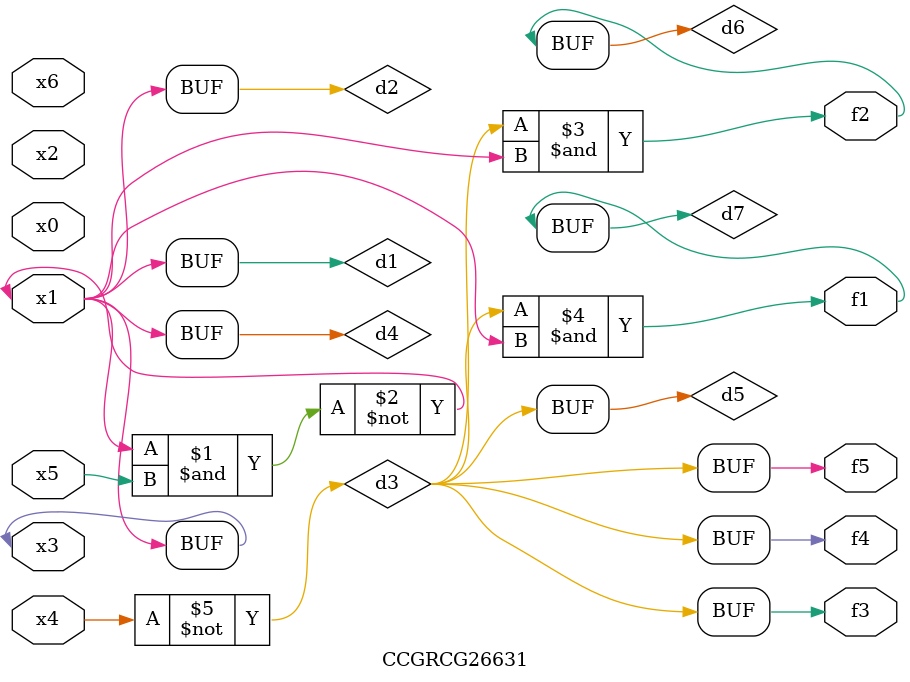
<source format=v>
module CCGRCG26631(
	input x0, x1, x2, x3, x4, x5, x6,
	output f1, f2, f3, f4, f5
);

	wire d1, d2, d3, d4, d5, d6, d7;

	buf (d1, x1, x3);
	nand (d2, x1, x5);
	not (d3, x4);
	buf (d4, d1, d2);
	buf (d5, d3);
	and (d6, d3, d4);
	and (d7, d3, d4);
	assign f1 = d7;
	assign f2 = d6;
	assign f3 = d5;
	assign f4 = d5;
	assign f5 = d5;
endmodule

</source>
